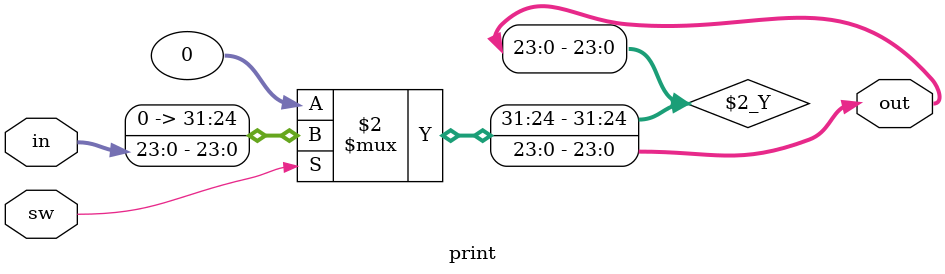
<source format=v>
`timescale 1ps / 1ps

module print(in,sw,out);

parameter size=24;

input [size-1:0] in;
input sw;	//when sw=1 print module prints the value
output [size-1:0] out;

assign out=sw?in:0;

endmodule
</source>
